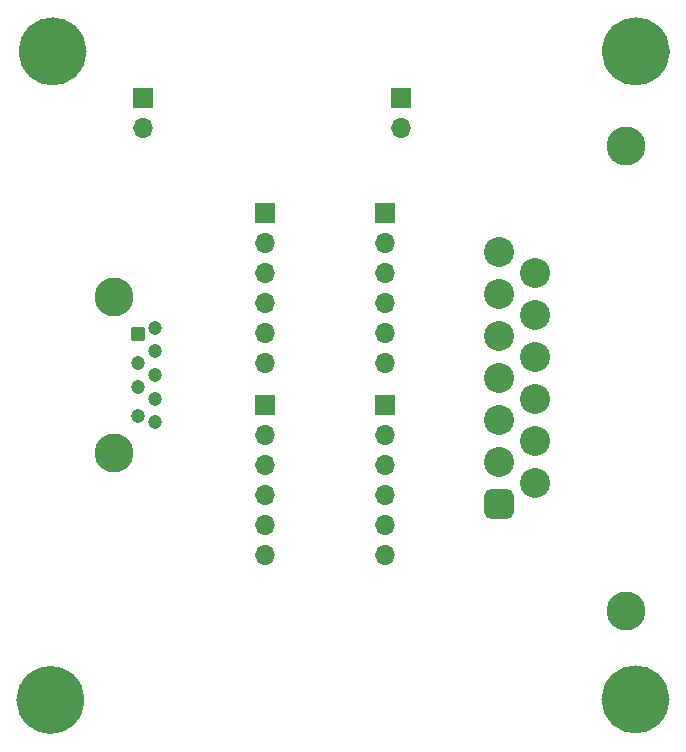
<source format=gbs>
G04 #@! TF.GenerationSoftware,KiCad,Pcbnew,9.0.5*
G04 #@! TF.CreationDate,2025-11-16T23:30:58+01:00*
G04 #@! TF.ProjectId,MiSTer_A8SIO,4d695354-6572-45f4-9138-53494f2e6b69,1.2*
G04 #@! TF.SameCoordinates,Original*
G04 #@! TF.FileFunction,Soldermask,Bot*
G04 #@! TF.FilePolarity,Negative*
%FSLAX46Y46*%
G04 Gerber Fmt 4.6, Leading zero omitted, Abs format (unit mm)*
G04 Created by KiCad (PCBNEW 9.0.5) date 2025-11-16 23:30:58*
%MOMM*%
%LPD*%
G01*
G04 APERTURE LIST*
G04 Aperture macros list*
%AMRoundRect*
0 Rectangle with rounded corners*
0 $1 Rounding radius*
0 $2 $3 $4 $5 $6 $7 $8 $9 X,Y pos of 4 corners*
0 Add a 4 corners polygon primitive as box body*
4,1,4,$2,$3,$4,$5,$6,$7,$8,$9,$2,$3,0*
0 Add four circle primitives for the rounded corners*
1,1,$1+$1,$2,$3*
1,1,$1+$1,$4,$5*
1,1,$1+$1,$6,$7*
1,1,$1+$1,$8,$9*
0 Add four rect primitives between the rounded corners*
20,1,$1+$1,$2,$3,$4,$5,0*
20,1,$1+$1,$4,$5,$6,$7,0*
20,1,$1+$1,$6,$7,$8,$9,0*
20,1,$1+$1,$8,$9,$2,$3,0*%
G04 Aperture macros list end*
%ADD10C,2.889806*%
%ADD11R,1.700000X1.700000*%
%ADD12O,1.700000X1.700000*%
%ADD13C,3.302000*%
%ADD14RoundRect,0.635000X-0.635000X0.635000X-0.635000X-0.635000X0.635000X-0.635000X0.635000X0.635000X0*%
%ADD15C,2.540000*%
%ADD16RoundRect,0.250000X-0.350000X0.350000X-0.350000X-0.350000X0.350000X-0.350000X0.350000X0.350000X0*%
%ADD17C,1.200000*%
%ADD18C,3.300000*%
G04 APERTURE END LIST*
D10*
X135734703Y-50038000D02*
G75*
G02*
X132844897Y-50038000I-1444903J0D01*
G01*
X132844897Y-50038000D02*
G75*
G02*
X135734703Y-50038000I1444903J0D01*
G01*
X135556903Y-104947806D02*
G75*
G02*
X132667097Y-104947806I-1444903J0D01*
G01*
X132667097Y-104947806D02*
G75*
G02*
X135556903Y-104947806I1444903J0D01*
G01*
X185086903Y-104902000D02*
G75*
G02*
X182197097Y-104902000I-1444903J0D01*
G01*
X182197097Y-104902000D02*
G75*
G02*
X185086903Y-104902000I1444903J0D01*
G01*
X185112303Y-50038000D02*
G75*
G02*
X182222497Y-50038000I-1444903J0D01*
G01*
X182222497Y-50038000D02*
G75*
G02*
X185112303Y-50038000I1444903J0D01*
G01*
D11*
X162433000Y-63754000D03*
D12*
X162433000Y-66294000D03*
X162433000Y-68834000D03*
X162433000Y-71374000D03*
X162433000Y-73914000D03*
X162433000Y-76454000D03*
D11*
X152273000Y-63754000D03*
D12*
X152273000Y-66294000D03*
X152273000Y-68834000D03*
X152273000Y-71374000D03*
X152273000Y-73914000D03*
X152273000Y-76454000D03*
D11*
X162433000Y-80010000D03*
D12*
X162433000Y-82550000D03*
X162433000Y-85090000D03*
X162433000Y-87630000D03*
X162433000Y-90170000D03*
X162433000Y-92710000D03*
D13*
X182880000Y-58039000D03*
X182880000Y-97409000D03*
D14*
X172085000Y-88392000D03*
D15*
X175133000Y-86614000D03*
X172085000Y-84836000D03*
X175133000Y-83058000D03*
X172085000Y-81280000D03*
X175133000Y-79502000D03*
X172085000Y-77724000D03*
X175133000Y-75946000D03*
X172085000Y-74168000D03*
X175133000Y-72390000D03*
X172085000Y-70612000D03*
X175133000Y-68834000D03*
X172085000Y-67056000D03*
D11*
X163779200Y-53975000D03*
D12*
X163779200Y-56515000D03*
D16*
X141502000Y-73938000D03*
D17*
X141502000Y-76438000D03*
X141502000Y-78438000D03*
X141502000Y-80938000D03*
X143002000Y-81438000D03*
X143002000Y-79438000D03*
X143002000Y-77438000D03*
X143002000Y-75438000D03*
X143002000Y-73438000D03*
D18*
X139502000Y-70868000D03*
X139502000Y-84008000D03*
D11*
X141935200Y-53975000D03*
D12*
X141935200Y-56515000D03*
D11*
X152273000Y-80010000D03*
D12*
X152273000Y-82550000D03*
X152273000Y-85090000D03*
X152273000Y-87630000D03*
X152273000Y-90170000D03*
X152273000Y-92710000D03*
M02*

</source>
